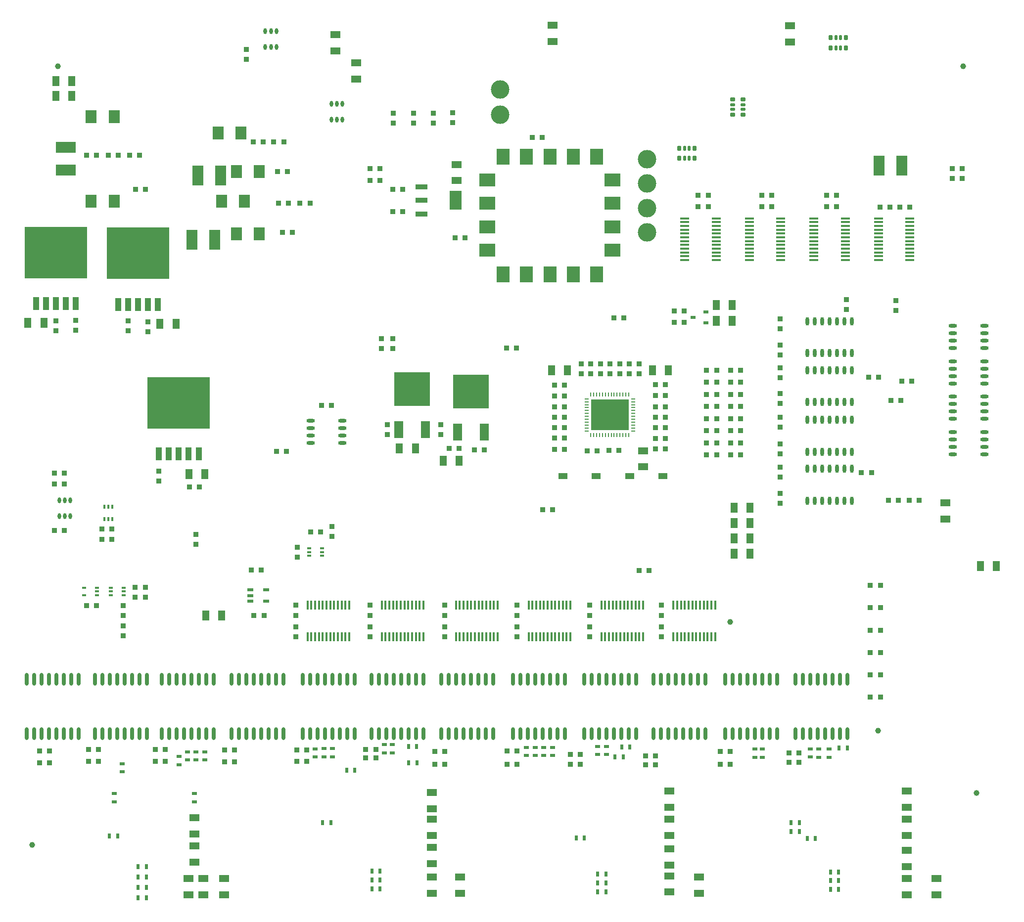
<source format=gbp>
G04*
G04 #@! TF.GenerationSoftware,Altium Limited,Altium Designer,23.9.2 (47)*
G04*
G04 Layer_Color=128*
%FSLAX25Y25*%
%MOIN*%
G70*
G04*
G04 #@! TF.SameCoordinates,B33C0050-A697-4CE6-AC26-6465C715290A*
G04*
G04*
G04 #@! TF.FilePolarity,Positive*
G04*
G01*
G75*
%ADD29O,0.06299X0.01575*%
%ADD30O,0.01575X0.06299*%
%ADD31R,0.03740X0.03740*%
%ADD32R,0.03740X0.03740*%
%ADD37R,0.03150X0.01575*%
%ADD38R,0.06693X0.04528*%
%ADD39O,0.02362X0.05709*%
%ADD40R,0.03937X0.02362*%
%ADD43C,0.03937*%
%ADD45R,0.07500X0.13500*%
G04:AMPARAMS|DCode=132|XSize=36.61mil|YSize=26.77mil|CornerRadius=6.69mil|HoleSize=0mil|Usage=FLASHONLY|Rotation=90.000|XOffset=0mil|YOffset=0mil|HoleType=Round|Shape=RoundedRectangle|*
%AMROUNDEDRECTD132*
21,1,0.03661,0.01339,0,0,90.0*
21,1,0.02323,0.02677,0,0,90.0*
1,1,0.01339,0.00669,0.01161*
1,1,0.01339,0.00669,-0.01161*
1,1,0.01339,-0.00669,-0.01161*
1,1,0.01339,-0.00669,0.01161*
%
%ADD132ROUNDEDRECTD132*%
G04:AMPARAMS|DCode=133|XSize=36.61mil|YSize=18.9mil|CornerRadius=4.72mil|HoleSize=0mil|Usage=FLASHONLY|Rotation=270.000|XOffset=0mil|YOffset=0mil|HoleType=Round|Shape=RoundedRectangle|*
%AMROUNDEDRECTD133*
21,1,0.03661,0.00945,0,0,270.0*
21,1,0.02717,0.01890,0,0,270.0*
1,1,0.00945,-0.00472,-0.01358*
1,1,0.00945,-0.00472,0.01358*
1,1,0.00945,0.00472,0.01358*
1,1,0.00945,0.00472,-0.01358*
%
%ADD133ROUNDEDRECTD133*%
G04:AMPARAMS|DCode=134|XSize=36.61mil|YSize=26.77mil|CornerRadius=6.69mil|HoleSize=0mil|Usage=FLASHONLY|Rotation=0.000|XOffset=0mil|YOffset=0mil|HoleType=Round|Shape=RoundedRectangle|*
%AMROUNDEDRECTD134*
21,1,0.03661,0.01339,0,0,0.0*
21,1,0.02323,0.02677,0,0,0.0*
1,1,0.01339,0.01161,-0.00669*
1,1,0.01339,-0.01161,-0.00669*
1,1,0.01339,-0.01161,0.00669*
1,1,0.01339,0.01161,0.00669*
%
%ADD134ROUNDEDRECTD134*%
G04:AMPARAMS|DCode=135|XSize=36.61mil|YSize=18.9mil|CornerRadius=4.72mil|HoleSize=0mil|Usage=FLASHONLY|Rotation=180.000|XOffset=0mil|YOffset=0mil|HoleType=Round|Shape=RoundedRectangle|*
%AMROUNDEDRECTD135*
21,1,0.03661,0.00945,0,0,180.0*
21,1,0.02717,0.01890,0,0,180.0*
1,1,0.00945,-0.01358,0.00472*
1,1,0.00945,0.01358,0.00472*
1,1,0.00945,0.01358,-0.00472*
1,1,0.00945,-0.01358,-0.00472*
%
%ADD135ROUNDEDRECTD135*%
%ADD136O,0.02362X0.03937*%
%ADD137R,0.08465X0.03543*%
%ADD138R,0.08465X0.12598*%
%ADD139R,0.06299X0.03937*%
%ADD140R,0.03347X0.02362*%
%ADD141R,0.04528X0.06693*%
%ADD142O,0.02362X0.08661*%
%ADD143O,0.00984X0.03150*%
%ADD144O,0.03150X0.00984*%
%ADD145R,0.25197X0.20866*%
%ADD146R,0.01575X0.03150*%
%ADD147C,0.12500*%
%ADD148R,0.02362X0.03347*%
%ADD149R,0.03347X0.02362*%
%ADD150R,0.11024X0.09055*%
%ADD151R,0.09055X0.11024*%
%ADD152R,0.07500X0.09000*%
%ADD153R,0.06299X0.11811*%
%ADD154R,0.24410X0.22835*%
%ADD155R,0.13500X0.07500*%
%ADD156O,0.05709X0.02362*%
%ADD157R,0.42000X0.35000*%
%ADD158R,0.04200X0.09000*%
D29*
X578630Y562575D02*
D03*
Y560016D02*
D03*
Y557457D02*
D03*
Y554898D02*
D03*
Y552339D02*
D03*
Y549780D02*
D03*
Y547221D02*
D03*
Y544661D02*
D03*
Y542102D02*
D03*
Y539543D02*
D03*
Y536984D02*
D03*
Y534425D02*
D03*
X557370Y562575D02*
D03*
Y560016D02*
D03*
Y557457D02*
D03*
Y554898D02*
D03*
Y552339D02*
D03*
Y549780D02*
D03*
Y547221D02*
D03*
Y544661D02*
D03*
Y542102D02*
D03*
Y539543D02*
D03*
Y536984D02*
D03*
Y534425D02*
D03*
X709130Y562575D02*
D03*
Y560016D02*
D03*
Y557457D02*
D03*
Y554898D02*
D03*
Y552339D02*
D03*
Y549780D02*
D03*
Y547221D02*
D03*
Y544661D02*
D03*
Y542102D02*
D03*
Y539543D02*
D03*
Y536984D02*
D03*
Y534425D02*
D03*
X687870Y562575D02*
D03*
Y560016D02*
D03*
Y557457D02*
D03*
Y554898D02*
D03*
Y552339D02*
D03*
Y549780D02*
D03*
Y547221D02*
D03*
Y544661D02*
D03*
Y542102D02*
D03*
Y539543D02*
D03*
Y536984D02*
D03*
Y534425D02*
D03*
X622130Y562575D02*
D03*
Y560016D02*
D03*
Y557457D02*
D03*
Y554898D02*
D03*
Y552339D02*
D03*
Y549780D02*
D03*
Y547221D02*
D03*
Y544661D02*
D03*
Y542102D02*
D03*
Y539543D02*
D03*
Y536984D02*
D03*
Y534425D02*
D03*
X600870Y562575D02*
D03*
Y560016D02*
D03*
Y557457D02*
D03*
Y554898D02*
D03*
Y552339D02*
D03*
Y549780D02*
D03*
Y547221D02*
D03*
Y544661D02*
D03*
Y542102D02*
D03*
Y539543D02*
D03*
Y536984D02*
D03*
Y534425D02*
D03*
X665630Y562575D02*
D03*
Y560016D02*
D03*
Y557457D02*
D03*
Y554898D02*
D03*
Y552339D02*
D03*
Y549780D02*
D03*
Y547221D02*
D03*
Y544661D02*
D03*
Y542102D02*
D03*
Y539543D02*
D03*
Y536984D02*
D03*
Y534425D02*
D03*
X644370Y562575D02*
D03*
Y560016D02*
D03*
Y557457D02*
D03*
Y554898D02*
D03*
Y552339D02*
D03*
Y549780D02*
D03*
Y547221D02*
D03*
Y544661D02*
D03*
Y542102D02*
D03*
Y539543D02*
D03*
Y536984D02*
D03*
Y534425D02*
D03*
D30*
X331306Y280370D02*
D03*
X328747D02*
D03*
X326187D02*
D03*
X323628D02*
D03*
X321069D02*
D03*
X318510D02*
D03*
X315951D02*
D03*
X313392D02*
D03*
X310833D02*
D03*
X308274D02*
D03*
X305715D02*
D03*
X303156D02*
D03*
X331306Y301630D02*
D03*
X328747D02*
D03*
X326187D02*
D03*
X323628D02*
D03*
X321069D02*
D03*
X318510D02*
D03*
X315951D02*
D03*
X313392D02*
D03*
X310833D02*
D03*
X308274D02*
D03*
X305715D02*
D03*
X303156D02*
D03*
X381306Y280370D02*
D03*
X378747D02*
D03*
X376187D02*
D03*
X373628D02*
D03*
X371069D02*
D03*
X368510D02*
D03*
X365951D02*
D03*
X363392D02*
D03*
X360833D02*
D03*
X358274D02*
D03*
X355715D02*
D03*
X353156D02*
D03*
X381306Y301630D02*
D03*
X378747D02*
D03*
X376187D02*
D03*
X373628D02*
D03*
X371069D02*
D03*
X368510D02*
D03*
X365951D02*
D03*
X363392D02*
D03*
X360833D02*
D03*
X358274D02*
D03*
X355715D02*
D03*
X353156D02*
D03*
X431306Y280370D02*
D03*
X428747D02*
D03*
X426187D02*
D03*
X423628D02*
D03*
X421069D02*
D03*
X418510D02*
D03*
X415951D02*
D03*
X413392D02*
D03*
X410833D02*
D03*
X408274D02*
D03*
X405715D02*
D03*
X403156D02*
D03*
X431306Y301630D02*
D03*
X428747D02*
D03*
X426187D02*
D03*
X423628D02*
D03*
X421069D02*
D03*
X418510D02*
D03*
X415951D02*
D03*
X413392D02*
D03*
X410833D02*
D03*
X408274D02*
D03*
X405715D02*
D03*
X403156D02*
D03*
X480305Y280370D02*
D03*
X477746D02*
D03*
X475187D02*
D03*
X472628D02*
D03*
X470069D02*
D03*
X467510D02*
D03*
X464951D02*
D03*
X462392D02*
D03*
X459833D02*
D03*
X457274D02*
D03*
X454715D02*
D03*
X452156D02*
D03*
X480305Y301630D02*
D03*
X477746D02*
D03*
X475187D02*
D03*
X472628D02*
D03*
X470069D02*
D03*
X467510D02*
D03*
X464951D02*
D03*
X462392D02*
D03*
X459833D02*
D03*
X457274D02*
D03*
X454715D02*
D03*
X452156D02*
D03*
X529306Y280370D02*
D03*
X526747D02*
D03*
X524187D02*
D03*
X521628D02*
D03*
X519069D02*
D03*
X516510D02*
D03*
X513951D02*
D03*
X511392D02*
D03*
X508833D02*
D03*
X506274D02*
D03*
X503715D02*
D03*
X501156D02*
D03*
X529306Y301630D02*
D03*
X526747D02*
D03*
X524187D02*
D03*
X521628D02*
D03*
X519069D02*
D03*
X516510D02*
D03*
X513951D02*
D03*
X511392D02*
D03*
X508833D02*
D03*
X506274D02*
D03*
X503715D02*
D03*
X501156D02*
D03*
X577872Y280370D02*
D03*
X575313D02*
D03*
X572754D02*
D03*
X570194D02*
D03*
X567635D02*
D03*
X565076D02*
D03*
X562517D02*
D03*
X559958D02*
D03*
X557399D02*
D03*
X554840D02*
D03*
X552281D02*
D03*
X549722D02*
D03*
X577872Y301630D02*
D03*
X575313D02*
D03*
X572754D02*
D03*
X570194D02*
D03*
X567635D02*
D03*
X565076D02*
D03*
X562517D02*
D03*
X559958D02*
D03*
X557399D02*
D03*
X554840D02*
D03*
X552281D02*
D03*
X549722D02*
D03*
D31*
X187153Y582000D02*
D03*
X193846D02*
D03*
X160846Y301500D02*
D03*
X154154D02*
D03*
X351847Y596000D02*
D03*
X345153D02*
D03*
X556847Y492500D02*
D03*
X550153D02*
D03*
X556847Y500000D02*
D03*
X550153D02*
D03*
X710235Y452761D02*
D03*
X703543D02*
D03*
X681153Y455332D02*
D03*
X687847D02*
D03*
X696427Y439745D02*
D03*
X703120D02*
D03*
X683162Y391220D02*
D03*
X676469D02*
D03*
X701343Y372363D02*
D03*
X694651D02*
D03*
X708653D02*
D03*
X715346D02*
D03*
X537648Y414096D02*
D03*
X544341D02*
D03*
X537653Y421500D02*
D03*
X544347D02*
D03*
Y443000D02*
D03*
X537653D02*
D03*
Y450500D02*
D03*
X544347D02*
D03*
X537653Y428500D02*
D03*
X544347D02*
D03*
X537653Y407000D02*
D03*
X544347D02*
D03*
X537653Y435500D02*
D03*
X544347D02*
D03*
X594879Y402976D02*
D03*
X588187D02*
D03*
X594879Y411151D02*
D03*
X588187D02*
D03*
X594879Y419325D02*
D03*
X588187D02*
D03*
X594879Y427500D02*
D03*
X588187D02*
D03*
X594879Y435675D02*
D03*
X588187D02*
D03*
X594879Y443850D02*
D03*
X588187D02*
D03*
X594879Y452024D02*
D03*
X588187D02*
D03*
X594879Y460199D02*
D03*
X588187D02*
D03*
X572121Y402976D02*
D03*
X578814D02*
D03*
X572121Y411151D02*
D03*
X578814D02*
D03*
X572121Y419325D02*
D03*
X578814D02*
D03*
X572121Y427500D02*
D03*
X578814D02*
D03*
X572121Y435675D02*
D03*
X578814D02*
D03*
X572121Y443850D02*
D03*
X578814D02*
D03*
X572121Y452024D02*
D03*
X578814D02*
D03*
X572121Y460199D02*
D03*
X578814D02*
D03*
X498401Y405900D02*
D03*
X491709D02*
D03*
X506153Y406000D02*
D03*
X512847D02*
D03*
X469661Y406900D02*
D03*
X476354D02*
D03*
X469654Y414500D02*
D03*
X476346D02*
D03*
X469654Y421500D02*
D03*
X476346D02*
D03*
X469654Y428500D02*
D03*
X476346D02*
D03*
X469654Y435500D02*
D03*
X476346D02*
D03*
X469661Y442880D02*
D03*
X476354D02*
D03*
X469661Y450076D02*
D03*
X476354D02*
D03*
X164654Y353000D02*
D03*
X171346D02*
D03*
Y346000D02*
D03*
X164654D02*
D03*
X682461Y284928D02*
D03*
X689153D02*
D03*
X682461Y269857D02*
D03*
X689153D02*
D03*
X609154Y578000D02*
D03*
X615846D02*
D03*
X566468Y570500D02*
D03*
X573161D02*
D03*
X615846D02*
D03*
X609154D02*
D03*
X709048Y570205D02*
D03*
X702355D02*
D03*
X689032Y570076D02*
D03*
X695725D02*
D03*
X652853Y578000D02*
D03*
X659547D02*
D03*
X573161D02*
D03*
X566468D02*
D03*
X659547Y570500D02*
D03*
X652853D02*
D03*
X345153Y588000D02*
D03*
X351847D02*
D03*
X461346Y617000D02*
D03*
X454654D02*
D03*
X402654Y549500D02*
D03*
X409346D02*
D03*
X744347Y596000D02*
D03*
X737653D02*
D03*
X744347Y589500D02*
D03*
X737653D02*
D03*
X634329Y195870D02*
D03*
X627636D02*
D03*
X304837Y572890D02*
D03*
X298144D02*
D03*
X415654Y406390D02*
D03*
X422346D02*
D03*
X398654Y407500D02*
D03*
X405346D02*
D03*
X183441Y605100D02*
D03*
X190134D02*
D03*
X168826D02*
D03*
X175519D02*
D03*
X154326D02*
D03*
X161019D02*
D03*
X280474Y614000D02*
D03*
X287167D02*
D03*
X266504D02*
D03*
X273197D02*
D03*
X283757Y572890D02*
D03*
X290450D02*
D03*
X689153Y239713D02*
D03*
X682461D02*
D03*
X689153Y254785D02*
D03*
X682461D02*
D03*
X689153Y300000D02*
D03*
X682461D02*
D03*
X689153Y315072D02*
D03*
X682461D02*
D03*
X132653Y383500D02*
D03*
X139347D02*
D03*
X132567Y352000D02*
D03*
X139260D02*
D03*
X312619Y436500D02*
D03*
X319312D02*
D03*
X444097Y474988D02*
D03*
X437403D02*
D03*
X526620Y325000D02*
D03*
X533313D02*
D03*
X509654Y495500D02*
D03*
X516347D02*
D03*
X468298Y366000D02*
D03*
X461605D02*
D03*
X282154Y405500D02*
D03*
X288846D02*
D03*
X155654Y196500D02*
D03*
X162346D02*
D03*
X247294Y196000D02*
D03*
X253987D02*
D03*
X342472Y198786D02*
D03*
X349165D02*
D03*
X437653Y194500D02*
D03*
X444347D02*
D03*
X530873Y194000D02*
D03*
X537566D02*
D03*
X155654Y204500D02*
D03*
X162346D02*
D03*
X247294Y204000D02*
D03*
X253987D02*
D03*
X342472Y204500D02*
D03*
X349165D02*
D03*
X437653Y203500D02*
D03*
X444347D02*
D03*
X530873Y200130D02*
D03*
X537566D02*
D03*
X627654Y202000D02*
D03*
X634346D02*
D03*
X129347Y195500D02*
D03*
X122653D02*
D03*
X200654Y196500D02*
D03*
X207347D02*
D03*
X295999D02*
D03*
X302692D02*
D03*
X388913Y194500D02*
D03*
X395605D02*
D03*
X480224Y194502D02*
D03*
X486916D02*
D03*
X581153Y194500D02*
D03*
X587847D02*
D03*
X129347Y203500D02*
D03*
X122653D02*
D03*
X200654Y204500D02*
D03*
X207347D02*
D03*
X295999Y204000D02*
D03*
X302692D02*
D03*
X388913Y203000D02*
D03*
X395605D02*
D03*
X480224Y201173D02*
D03*
X486916D02*
D03*
X581153Y203000D02*
D03*
X587847D02*
D03*
X360653Y567161D02*
D03*
X367347D02*
D03*
X360653Y582161D02*
D03*
X367347D02*
D03*
X267122Y294937D02*
D03*
X273815D02*
D03*
X271847Y325500D02*
D03*
X265154D02*
D03*
X230335Y381500D02*
D03*
X223642D02*
D03*
X282970Y594000D02*
D03*
X289663D02*
D03*
X305336Y351111D02*
D03*
X312029D02*
D03*
X286316Y553000D02*
D03*
X293009D02*
D03*
X132653Y390750D02*
D03*
X139347D02*
D03*
D32*
X178847Y294807D02*
D03*
Y301500D02*
D03*
X178819Y281185D02*
D03*
Y287877D02*
D03*
X353000Y481347D02*
D03*
Y474653D02*
D03*
X262000Y669654D02*
D03*
Y676346D02*
D03*
X194000Y313846D02*
D03*
Y307154D02*
D03*
X187000Y313846D02*
D03*
Y307154D02*
D03*
X621665Y454950D02*
D03*
Y461643D02*
D03*
Y437742D02*
D03*
Y444434D02*
D03*
X699773Y500437D02*
D03*
Y507130D02*
D03*
X666181Y507917D02*
D03*
Y501224D02*
D03*
X621665Y377186D02*
D03*
Y370493D02*
D03*
Y394894D02*
D03*
Y388201D02*
D03*
Y410602D02*
D03*
Y403909D02*
D03*
Y428310D02*
D03*
Y421617D02*
D03*
Y477018D02*
D03*
Y470325D02*
D03*
Y494726D02*
D03*
Y488033D02*
D03*
X487500Y464347D02*
D03*
Y457654D02*
D03*
X494000Y464347D02*
D03*
Y457654D02*
D03*
X500500Y464347D02*
D03*
Y457654D02*
D03*
X507000Y464347D02*
D03*
Y457654D02*
D03*
X513500Y464347D02*
D03*
Y457654D02*
D03*
X520000Y464347D02*
D03*
Y457654D02*
D03*
X526500Y464347D02*
D03*
Y457654D02*
D03*
X228000Y342653D02*
D03*
Y349346D02*
D03*
X319500Y348153D02*
D03*
Y354847D02*
D03*
X393000Y423319D02*
D03*
Y416627D02*
D03*
X357000D02*
D03*
Y423319D02*
D03*
X295231Y301630D02*
D03*
Y294937D02*
D03*
X345231Y301630D02*
D03*
Y294937D02*
D03*
X395490Y301630D02*
D03*
Y294937D02*
D03*
X444231Y301630D02*
D03*
Y294937D02*
D03*
X493231Y301630D02*
D03*
Y294937D02*
D03*
X541797Y301630D02*
D03*
Y294937D02*
D03*
X295231Y287063D02*
D03*
Y280370D02*
D03*
X345231Y287063D02*
D03*
Y280370D02*
D03*
X395490Y287063D02*
D03*
Y280370D02*
D03*
X444231Y287063D02*
D03*
Y280370D02*
D03*
X493231Y287063D02*
D03*
Y280370D02*
D03*
X541797Y287063D02*
D03*
Y280370D02*
D03*
X133639Y486728D02*
D03*
Y493421D02*
D03*
X147039Y487153D02*
D03*
Y493847D02*
D03*
X195584Y486228D02*
D03*
Y492921D02*
D03*
X182184Y486654D02*
D03*
Y493347D02*
D03*
X203030Y385387D02*
D03*
Y392080D02*
D03*
X296252Y334195D02*
D03*
Y340888D02*
D03*
X374500Y626653D02*
D03*
Y633347D02*
D03*
X361000Y626653D02*
D03*
Y633347D02*
D03*
X388000Y626653D02*
D03*
Y633347D02*
D03*
X400992Y627153D02*
D03*
Y633847D02*
D03*
X360653Y481347D02*
D03*
Y474653D02*
D03*
D37*
X152768Y313559D02*
D03*
Y308441D02*
D03*
X161232D02*
D03*
Y311000D02*
D03*
Y313559D02*
D03*
X170768D02*
D03*
Y311000D02*
D03*
Y308441D02*
D03*
X179232D02*
D03*
Y311000D02*
D03*
Y313559D02*
D03*
X312816Y340100D02*
D03*
Y337541D02*
D03*
Y334982D02*
D03*
X304352D02*
D03*
Y337541D02*
D03*
Y340100D02*
D03*
D38*
X336000Y667413D02*
D03*
Y656587D02*
D03*
X322000Y686413D02*
D03*
Y675587D02*
D03*
X628300Y692319D02*
D03*
Y681492D02*
D03*
X468300Y692758D02*
D03*
Y681931D02*
D03*
X733000Y359913D02*
D03*
Y370740D02*
D03*
X223000Y117413D02*
D03*
Y106587D02*
D03*
X233000Y106587D02*
D03*
Y117413D02*
D03*
X227000Y147587D02*
D03*
Y158413D02*
D03*
X387000Y118413D02*
D03*
Y107587D02*
D03*
Y138413D02*
D03*
Y127587D02*
D03*
Y164587D02*
D03*
Y175413D02*
D03*
Y146587D02*
D03*
Y157413D02*
D03*
X547000Y146587D02*
D03*
Y157413D02*
D03*
Y137413D02*
D03*
Y126587D02*
D03*
Y119173D02*
D03*
Y108346D02*
D03*
Y165587D02*
D03*
Y176413D02*
D03*
X707000Y146587D02*
D03*
Y157413D02*
D03*
Y165587D02*
D03*
Y176413D02*
D03*
Y136413D02*
D03*
Y125587D02*
D03*
Y117413D02*
D03*
Y106587D02*
D03*
X227000Y128587D02*
D03*
Y139413D02*
D03*
X727000Y106587D02*
D03*
Y117413D02*
D03*
X567000Y107587D02*
D03*
Y118413D02*
D03*
X406000Y107587D02*
D03*
Y118413D02*
D03*
X247000Y106587D02*
D03*
Y117413D02*
D03*
X529306Y395087D02*
D03*
Y405913D02*
D03*
X403500Y598913D02*
D03*
Y588087D02*
D03*
D39*
X640000Y493228D02*
D03*
X645000D02*
D03*
X650000D02*
D03*
X655000D02*
D03*
X660000D02*
D03*
X665000D02*
D03*
X670000D02*
D03*
X640000Y471772D02*
D03*
X645000D02*
D03*
X650000D02*
D03*
X655000D02*
D03*
X660000D02*
D03*
X665000D02*
D03*
X670000D02*
D03*
X640000Y460228D02*
D03*
X645000D02*
D03*
X650000D02*
D03*
X655000D02*
D03*
X660000D02*
D03*
X665000D02*
D03*
X670000D02*
D03*
X640000Y438772D02*
D03*
X645000D02*
D03*
X650000D02*
D03*
X655000D02*
D03*
X660000D02*
D03*
X665000D02*
D03*
X670000D02*
D03*
X640000Y393728D02*
D03*
X645000D02*
D03*
X650000D02*
D03*
X655000D02*
D03*
X660000D02*
D03*
X665000D02*
D03*
X670000D02*
D03*
X640000Y372272D02*
D03*
X645000D02*
D03*
X650000D02*
D03*
X655000D02*
D03*
X660000D02*
D03*
X665000D02*
D03*
X670000D02*
D03*
X640000Y426728D02*
D03*
X645000D02*
D03*
X650000D02*
D03*
X655000D02*
D03*
X660000D02*
D03*
X665000D02*
D03*
X670000D02*
D03*
X640000Y405272D02*
D03*
X645000D02*
D03*
X650000D02*
D03*
X655000D02*
D03*
X660000D02*
D03*
X665000D02*
D03*
X670000D02*
D03*
D40*
X264587Y304543D02*
D03*
Y308283D02*
D03*
Y312024D02*
D03*
X275413D02*
D03*
Y304543D02*
D03*
D43*
X135000Y665000D02*
D03*
X117500Y140000D02*
D03*
X745000Y665000D02*
D03*
X587847Y290393D02*
D03*
X687500Y217000D02*
D03*
X754000Y175000D02*
D03*
D45*
X688252Y598000D02*
D03*
X703748D02*
D03*
X229252Y591500D02*
D03*
X244748D02*
D03*
X225252Y548000D02*
D03*
X240748D02*
D03*
D132*
X665891Y677610D02*
D03*
Y684461D02*
D03*
X655655Y677610D02*
D03*
Y684461D02*
D03*
X563879Y603000D02*
D03*
Y609850D02*
D03*
X553643Y603000D02*
D03*
Y609850D02*
D03*
D133*
X662348Y684461D02*
D03*
Y677610D02*
D03*
X659198D02*
D03*
Y684461D02*
D03*
X560336Y609850D02*
D03*
Y603000D02*
D03*
X557186D02*
D03*
Y609850D02*
D03*
D134*
X589630Y632561D02*
D03*
X596480D02*
D03*
X589630Y642797D02*
D03*
X596480D02*
D03*
D135*
Y636104D02*
D03*
X589630D02*
D03*
Y639254D02*
D03*
X596480D02*
D03*
D136*
X282240Y678185D02*
D03*
X278500D02*
D03*
X274760D02*
D03*
X282240Y688815D02*
D03*
X278500D02*
D03*
X274760D02*
D03*
X326740Y629185D02*
D03*
X323000D02*
D03*
X319260D02*
D03*
X326740Y639815D02*
D03*
X323000D02*
D03*
X319260D02*
D03*
X143394Y361685D02*
D03*
X139654D02*
D03*
X135913D02*
D03*
X143394Y372315D02*
D03*
X139654D02*
D03*
X135913D02*
D03*
D137*
X379984Y565606D02*
D03*
Y574661D02*
D03*
Y583716D02*
D03*
D138*
X403016Y574661D02*
D03*
D139*
X475187Y388911D02*
D03*
X520187D02*
D03*
X497687D02*
D03*
X542687D02*
D03*
D140*
X563024Y495756D02*
D03*
X571488Y492016D02*
D03*
Y499496D02*
D03*
D141*
X756587Y328000D02*
D03*
X767413D02*
D03*
X535587Y460000D02*
D03*
X546413D02*
D03*
X601324Y336500D02*
D03*
X590497D02*
D03*
X601324Y346833D02*
D03*
X590497D02*
D03*
X601324Y357167D02*
D03*
X590497D02*
D03*
X601324Y367500D02*
D03*
X590497D02*
D03*
X578587Y504000D02*
D03*
X589413D02*
D03*
X578587Y493500D02*
D03*
X589413D02*
D03*
X467587Y460000D02*
D03*
X478413D02*
D03*
X405413Y399000D02*
D03*
X394587D02*
D03*
X365087Y407390D02*
D03*
X375913D02*
D03*
X144413Y645000D02*
D03*
X133587D02*
D03*
X144413Y655000D02*
D03*
X133587D02*
D03*
X114678Y492000D02*
D03*
X125505D02*
D03*
X214552Y491500D02*
D03*
X203725D02*
D03*
X245413Y294937D02*
D03*
X234587D02*
D03*
X234000Y390233D02*
D03*
X223173D02*
D03*
D142*
X251964Y251693D02*
D03*
X256964D02*
D03*
X261964D02*
D03*
X266964D02*
D03*
X271964D02*
D03*
X276964D02*
D03*
X281964D02*
D03*
X286964D02*
D03*
X251964Y215000D02*
D03*
X256964D02*
D03*
X261964D02*
D03*
X266964D02*
D03*
X271964D02*
D03*
X276964D02*
D03*
X281964D02*
D03*
X286964D02*
D03*
X195000D02*
D03*
X190000D02*
D03*
X185000D02*
D03*
X180000D02*
D03*
X175000D02*
D03*
X170000D02*
D03*
X165000D02*
D03*
X160000D02*
D03*
X195000Y251693D02*
D03*
X190000D02*
D03*
X185000D02*
D03*
X180000D02*
D03*
X175000D02*
D03*
X170000D02*
D03*
X165000D02*
D03*
X160000D02*
D03*
X381231Y215000D02*
D03*
X376231D02*
D03*
X371231D02*
D03*
X366231D02*
D03*
X361231D02*
D03*
X356231D02*
D03*
X351231D02*
D03*
X346231D02*
D03*
X381231Y251693D02*
D03*
X376231D02*
D03*
X371231D02*
D03*
X366231D02*
D03*
X361231D02*
D03*
X356231D02*
D03*
X351231D02*
D03*
X346231D02*
D03*
X476582Y215000D02*
D03*
X471582D02*
D03*
X466582D02*
D03*
X461582D02*
D03*
X456582D02*
D03*
X451582D02*
D03*
X446582D02*
D03*
X441582D02*
D03*
X476582Y251693D02*
D03*
X471582D02*
D03*
X466582D02*
D03*
X461582D02*
D03*
X456582D02*
D03*
X451582D02*
D03*
X446582D02*
D03*
X441582D02*
D03*
X571405Y215000D02*
D03*
X566405D02*
D03*
X561405D02*
D03*
X556405D02*
D03*
X551405D02*
D03*
X546405D02*
D03*
X541405D02*
D03*
X536405D02*
D03*
X571405Y251693D02*
D03*
X566405D02*
D03*
X561405D02*
D03*
X556405D02*
D03*
X551405D02*
D03*
X546405D02*
D03*
X541405D02*
D03*
X536405D02*
D03*
X666818Y215000D02*
D03*
X661818D02*
D03*
X656818D02*
D03*
X651818D02*
D03*
X646818D02*
D03*
X641818D02*
D03*
X636818D02*
D03*
X631818D02*
D03*
X666818Y251693D02*
D03*
X661818D02*
D03*
X656818D02*
D03*
X651818D02*
D03*
X646818D02*
D03*
X641818D02*
D03*
X636818D02*
D03*
X631818D02*
D03*
X149000Y215000D02*
D03*
X144000D02*
D03*
X139000D02*
D03*
X134000D02*
D03*
X129000D02*
D03*
X124000D02*
D03*
X119000D02*
D03*
X114000D02*
D03*
X149000Y251693D02*
D03*
X144000D02*
D03*
X139000D02*
D03*
X134000D02*
D03*
X129000D02*
D03*
X124000D02*
D03*
X119000D02*
D03*
X114000D02*
D03*
X240000Y215000D02*
D03*
X235000D02*
D03*
X230000D02*
D03*
X225000D02*
D03*
X220000D02*
D03*
X215000D02*
D03*
X210000D02*
D03*
X205000D02*
D03*
X240000Y251693D02*
D03*
X235000D02*
D03*
X230000D02*
D03*
X225000D02*
D03*
X220000D02*
D03*
X215000D02*
D03*
X210000D02*
D03*
X205000D02*
D03*
X335046Y215000D02*
D03*
X330046D02*
D03*
X325046D02*
D03*
X320046D02*
D03*
X315046D02*
D03*
X310046D02*
D03*
X305046D02*
D03*
X300046D02*
D03*
X335046Y251693D02*
D03*
X330046D02*
D03*
X325046D02*
D03*
X320046D02*
D03*
X315046D02*
D03*
X310046D02*
D03*
X305046D02*
D03*
X300046D02*
D03*
X428259Y215000D02*
D03*
X423259D02*
D03*
X418259D02*
D03*
X413259D02*
D03*
X408259D02*
D03*
X403259D02*
D03*
X398259D02*
D03*
X393259D02*
D03*
X428259Y251693D02*
D03*
X423259D02*
D03*
X418259D02*
D03*
X413259D02*
D03*
X408259D02*
D03*
X403259D02*
D03*
X398259D02*
D03*
X393259D02*
D03*
X524787Y215000D02*
D03*
X519787D02*
D03*
X514787D02*
D03*
X509787D02*
D03*
X504787D02*
D03*
X499787D02*
D03*
X494787D02*
D03*
X489787D02*
D03*
X524787Y251693D02*
D03*
X519787D02*
D03*
X514787D02*
D03*
X509787D02*
D03*
X504787D02*
D03*
X499787D02*
D03*
X494787D02*
D03*
X489787D02*
D03*
X619500Y215000D02*
D03*
X614500D02*
D03*
X609500D02*
D03*
X604500D02*
D03*
X599500D02*
D03*
X594500D02*
D03*
X589500D02*
D03*
X584500D02*
D03*
X619500Y251693D02*
D03*
X614500D02*
D03*
X609500D02*
D03*
X604500D02*
D03*
X599500D02*
D03*
X594500D02*
D03*
X589500D02*
D03*
X584500D02*
D03*
D143*
X494055Y443728D02*
D03*
X496024D02*
D03*
X497992D02*
D03*
X499961D02*
D03*
X501929D02*
D03*
X503898D02*
D03*
X505866D02*
D03*
X507835D02*
D03*
X509803D02*
D03*
X511772D02*
D03*
X513740D02*
D03*
X515709D02*
D03*
X517677D02*
D03*
X519646D02*
D03*
Y416366D02*
D03*
X517677D02*
D03*
X515709D02*
D03*
X513740D02*
D03*
X511772D02*
D03*
X509803D02*
D03*
X507835D02*
D03*
X505866D02*
D03*
X503898D02*
D03*
X501929D02*
D03*
X499961D02*
D03*
X497992D02*
D03*
X496024D02*
D03*
X494055D02*
D03*
D144*
X522500Y440874D02*
D03*
Y438905D02*
D03*
Y436937D02*
D03*
Y434969D02*
D03*
Y433000D02*
D03*
Y431032D02*
D03*
Y429063D02*
D03*
Y427095D02*
D03*
Y425126D02*
D03*
Y423158D02*
D03*
Y421189D02*
D03*
Y419220D02*
D03*
X491201D02*
D03*
Y421189D02*
D03*
Y423158D02*
D03*
Y425126D02*
D03*
Y427095D02*
D03*
Y429063D02*
D03*
Y431032D02*
D03*
Y433000D02*
D03*
Y434969D02*
D03*
Y436937D02*
D03*
Y438905D02*
D03*
Y440874D02*
D03*
D145*
X506850Y430047D02*
D03*
D146*
X166441Y359768D02*
D03*
X169000D02*
D03*
X171559D02*
D03*
Y368232D02*
D03*
X169000D02*
D03*
X166441D02*
D03*
D147*
X532000Y602500D02*
D03*
Y553000D02*
D03*
Y569500D02*
D03*
Y586000D02*
D03*
X433000Y649500D02*
D03*
Y632500D02*
D03*
D148*
X484244Y144883D02*
D03*
X489756D02*
D03*
X629032Y155000D02*
D03*
X634543D02*
D03*
X639897Y144500D02*
D03*
X645409D02*
D03*
X629062Y149200D02*
D03*
X634574D02*
D03*
X371194Y206353D02*
D03*
X376706D02*
D03*
X346524Y122594D02*
D03*
X352036D02*
D03*
X376941Y195500D02*
D03*
X371429D02*
D03*
X498744Y108500D02*
D03*
X504256D02*
D03*
X346524Y116595D02*
D03*
X352036D02*
D03*
X655562Y110002D02*
D03*
X661074D02*
D03*
X189044Y111594D02*
D03*
X194556D02*
D03*
X189044Y118595D02*
D03*
X194556D02*
D03*
X189044Y125594D02*
D03*
X194556D02*
D03*
X169744Y146263D02*
D03*
X175256D02*
D03*
X313353Y155000D02*
D03*
X318865D02*
D03*
X189044Y104595D02*
D03*
X194556D02*
D03*
X346524Y110594D02*
D03*
X352036D02*
D03*
X329488Y190468D02*
D03*
X335000D02*
D03*
X498744Y114500D02*
D03*
X504256D02*
D03*
X514844Y206073D02*
D03*
X520356D02*
D03*
X510344Y199500D02*
D03*
X515856D02*
D03*
X498744Y120500D02*
D03*
X504256D02*
D03*
X661344Y205437D02*
D03*
X666856D02*
D03*
X655562Y121906D02*
D03*
X661074D02*
D03*
X655562Y116000D02*
D03*
X661074D02*
D03*
D149*
X641818Y204929D02*
D03*
Y199417D02*
D03*
X498605Y206595D02*
D03*
Y201083D02*
D03*
X456487Y205843D02*
D03*
Y200331D02*
D03*
X450790Y205843D02*
D03*
Y200331D02*
D03*
X504798Y206595D02*
D03*
Y201083D02*
D03*
X647653Y204756D02*
D03*
Y199244D02*
D03*
X468298Y205843D02*
D03*
Y200331D02*
D03*
X462392Y205843D02*
D03*
Y200331D02*
D03*
X609500Y204756D02*
D03*
Y199244D02*
D03*
X233819Y202930D02*
D03*
Y197419D02*
D03*
X227932Y202930D02*
D03*
Y197419D02*
D03*
X222268Y202930D02*
D03*
Y197419D02*
D03*
X360396Y207626D02*
D03*
Y202114D02*
D03*
X604500Y204756D02*
D03*
Y199244D02*
D03*
X216537Y199756D02*
D03*
Y194244D02*
D03*
X308384Y204870D02*
D03*
Y199358D02*
D03*
X173000Y174756D02*
D03*
Y169244D02*
D03*
X178300Y194904D02*
D03*
Y189392D02*
D03*
X227000Y169244D02*
D03*
Y174756D02*
D03*
X355050Y207749D02*
D03*
Y202237D02*
D03*
X320046Y205056D02*
D03*
Y199544D02*
D03*
X314211Y205056D02*
D03*
Y199544D02*
D03*
X654718Y204756D02*
D03*
Y199244D02*
D03*
D150*
X424299Y588429D02*
D03*
Y572681D02*
D03*
Y556933D02*
D03*
Y541185D02*
D03*
X508748D02*
D03*
Y556933D02*
D03*
Y572681D02*
D03*
Y588429D02*
D03*
D151*
X435028Y524650D02*
D03*
X450776D02*
D03*
X466524D02*
D03*
X482272D02*
D03*
X498020D02*
D03*
Y604177D02*
D03*
X482272D02*
D03*
X466524D02*
D03*
X450776D02*
D03*
X435028D02*
D03*
D152*
X255252Y552000D02*
D03*
X270748D02*
D03*
X157391Y574000D02*
D03*
X172887D02*
D03*
X157391Y631000D02*
D03*
X172887D02*
D03*
X258454Y620000D02*
D03*
X242958D02*
D03*
X270748Y594000D02*
D03*
X255252D02*
D03*
X260748Y574000D02*
D03*
X245252D02*
D03*
D153*
X422292Y418327D02*
D03*
X404300D02*
D03*
X382792Y419973D02*
D03*
X364800D02*
D03*
D154*
X413296Y445807D02*
D03*
X373796Y447453D02*
D03*
D155*
X140339Y595000D02*
D03*
Y610496D02*
D03*
D156*
X759386Y466167D02*
D03*
Y461167D02*
D03*
Y456167D02*
D03*
Y451167D02*
D03*
X737929Y466167D02*
D03*
Y461167D02*
D03*
Y456167D02*
D03*
Y451167D02*
D03*
X759386Y442333D02*
D03*
Y437333D02*
D03*
Y432333D02*
D03*
Y427333D02*
D03*
X737929Y442333D02*
D03*
Y437333D02*
D03*
Y432333D02*
D03*
Y427333D02*
D03*
X759386Y490000D02*
D03*
Y485000D02*
D03*
Y480000D02*
D03*
Y475000D02*
D03*
X737929Y490000D02*
D03*
Y485000D02*
D03*
Y480000D02*
D03*
Y475000D02*
D03*
X759386Y418500D02*
D03*
Y413500D02*
D03*
Y408500D02*
D03*
Y403500D02*
D03*
X737929Y418500D02*
D03*
Y413500D02*
D03*
Y408500D02*
D03*
Y403500D02*
D03*
X305238Y411037D02*
D03*
Y416037D02*
D03*
Y421037D02*
D03*
Y426037D02*
D03*
X326694Y411037D02*
D03*
Y416037D02*
D03*
Y421037D02*
D03*
Y426037D02*
D03*
D157*
X133639Y539500D02*
D03*
X188884Y539000D02*
D03*
X216430Y438233D02*
D03*
D158*
X147039Y505000D02*
D03*
X140339D02*
D03*
X120239D02*
D03*
X126939D02*
D03*
X133639D02*
D03*
X202284Y504500D02*
D03*
X195584D02*
D03*
X175484D02*
D03*
X182184D02*
D03*
X188884D02*
D03*
X229830Y403733D02*
D03*
X223130D02*
D03*
X203030D02*
D03*
X209730D02*
D03*
X216430D02*
D03*
M02*

</source>
